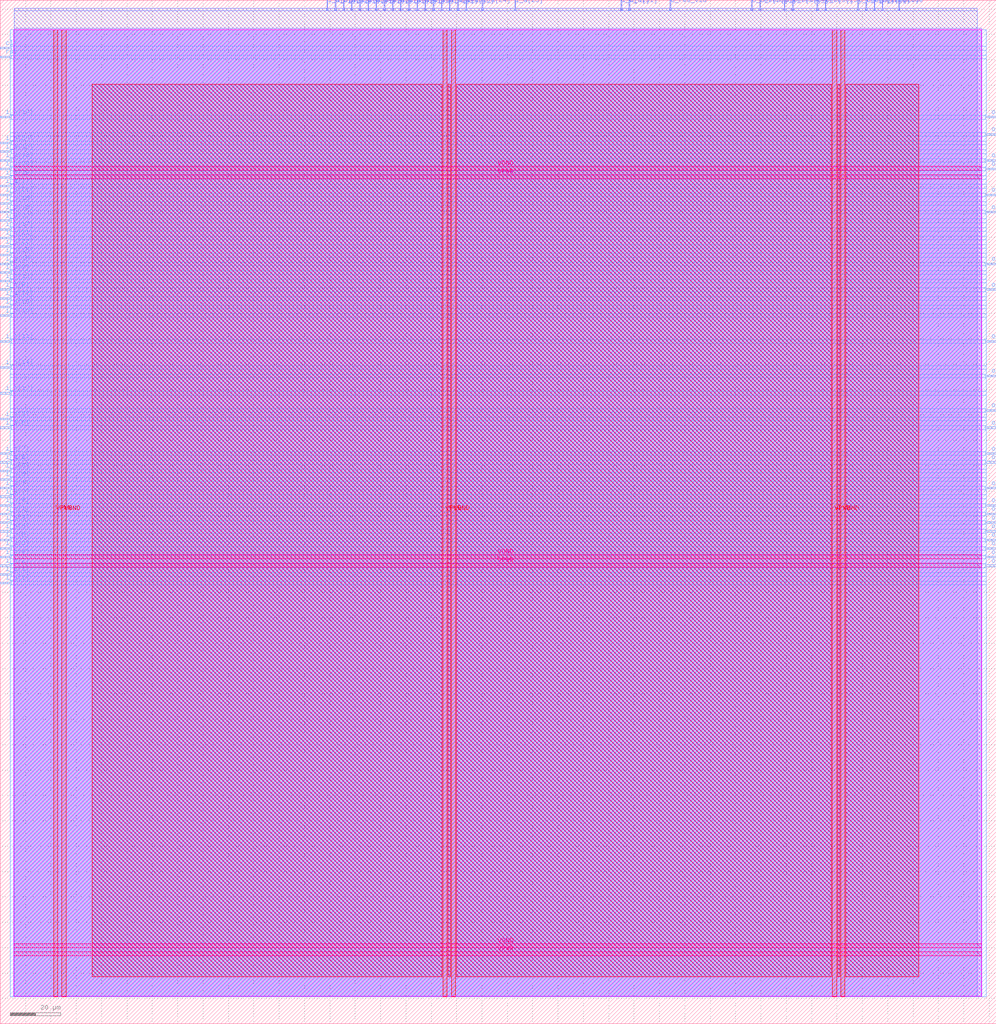
<source format=lef>
VERSION 5.7 ;
  NOWIREEXTENSIONATPIN ON ;
  DIVIDERCHAR "/" ;
  BUSBITCHARS "[]" ;
MACRO ALU
  CLASS BLOCK ;
  FOREIGN ALU ;
  ORIGIN 0.000 0.000 ;
  SIZE 392.810 BY 403.530 ;
  PIN VGND
    DIRECTION INOUT ;
    USE GROUND ;
    PORT
      LAYER met4 ;
        RECT 24.340 10.640 25.940 391.920 ;
    END
    PORT
      LAYER met4 ;
        RECT 177.940 10.640 179.540 391.920 ;
    END
    PORT
      LAYER met4 ;
        RECT 331.540 10.640 333.140 391.920 ;
    END
    PORT
      LAYER met5 ;
        RECT 5.280 30.030 387.100 31.630 ;
    END
    PORT
      LAYER met5 ;
        RECT 5.280 183.210 387.100 184.810 ;
    END
    PORT
      LAYER met5 ;
        RECT 5.280 336.390 387.100 337.990 ;
    END
  END VGND
  PIN VPWR
    DIRECTION INOUT ;
    USE POWER ;
    PORT
      LAYER met4 ;
        RECT 21.040 10.640 22.640 391.920 ;
    END
    PORT
      LAYER met4 ;
        RECT 174.640 10.640 176.240 391.920 ;
    END
    PORT
      LAYER met4 ;
        RECT 328.240 10.640 329.840 391.920 ;
    END
    PORT
      LAYER met5 ;
        RECT 5.280 26.730 387.100 28.330 ;
    END
    PORT
      LAYER met5 ;
        RECT 5.280 179.910 387.100 181.510 ;
    END
    PORT
      LAYER met5 ;
        RECT 5.280 333.090 387.100 334.690 ;
    END
  END VPWR
  PIN clk
    DIRECTION INPUT ;
    USE SIGNAL ;
    ANTENNAGATEAREA 1.286700 ;
    ANTENNADIFFAREA 0.434700 ;
    PORT
      LAYER met3 ;
        RECT 0.000 384.240 4.000 384.840 ;
    END
  END clk
  PIN i_a[0]
    DIRECTION INPUT ;
    USE SIGNAL ;
    ANTENNAGATEAREA 0.631200 ;
    ANTENNADIFFAREA 0.434700 ;
    PORT
      LAYER met3 ;
        RECT 0.000 221.040 4.000 221.640 ;
    END
  END i_a[0]
  PIN i_a[10]
    DIRECTION INPUT ;
    USE SIGNAL ;
    ANTENNAGATEAREA 0.631200 ;
    ANTENNADIFFAREA 0.434700 ;
    PORT
      LAYER met3 ;
        RECT 0.000 282.240 4.000 282.840 ;
    END
  END i_a[10]
  PIN i_a[11]
    DIRECTION INPUT ;
    USE SIGNAL ;
    ANTENNAGATEAREA 0.631200 ;
    ANTENNADIFFAREA 0.434700 ;
    PORT
      LAYER met2 ;
        RECT 128.890 399.530 129.170 403.530 ;
    END
  END i_a[11]
  PIN i_a[12]
    DIRECTION INPUT ;
    USE SIGNAL ;
    ANTENNAGATEAREA 0.631200 ;
    ANTENNADIFFAREA 0.434700 ;
    PORT
      LAYER met3 ;
        RECT 0.000 285.640 4.000 286.240 ;
    END
  END i_a[12]
  PIN i_a[13]
    DIRECTION INPUT ;
    USE SIGNAL ;
    ANTENNAGATEAREA 0.631200 ;
    ANTENNADIFFAREA 0.434700 ;
    PORT
      LAYER met2 ;
        RECT 135.330 399.530 135.610 403.530 ;
    END
  END i_a[13]
  PIN i_a[14]
    DIRECTION INPUT ;
    USE SIGNAL ;
    ANTENNAGATEAREA 0.631200 ;
    ANTENNADIFFAREA 0.434700 ;
    PORT
      LAYER met2 ;
        RECT 177.190 399.530 177.470 403.530 ;
    END
  END i_a[14]
  PIN i_a[15]
    DIRECTION INPUT ;
    USE SIGNAL ;
    ANTENNAGATEAREA 0.631200 ;
    ANTENNADIFFAREA 0.434700 ;
    PORT
      LAYER met3 ;
        RECT 0.000 299.240 4.000 299.840 ;
    END
  END i_a[15]
  PIN i_a[16]
    DIRECTION INPUT ;
    USE SIGNAL ;
    ANTENNAGATEAREA 0.631200 ;
    ANTENNADIFFAREA 0.434700 ;
    PORT
      LAYER met3 ;
        RECT 0.000 343.440 4.000 344.040 ;
    END
  END i_a[16]
  PIN i_a[17]
    DIRECTION INPUT ;
    USE SIGNAL ;
    ANTENNAGATEAREA 0.631200 ;
    ANTENNADIFFAREA 0.434700 ;
    PORT
      LAYER met3 ;
        RECT 0.000 329.840 4.000 330.440 ;
    END
  END i_a[17]
  PIN i_a[18]
    DIRECTION INPUT ;
    USE SIGNAL ;
    ANTENNAGATEAREA 0.631200 ;
    ANTENNADIFFAREA 0.434700 ;
    PORT
      LAYER met3 ;
        RECT 0.000 340.040 4.000 340.640 ;
    END
  END i_a[18]
  PIN i_a[19]
    DIRECTION INPUT ;
    USE SIGNAL ;
    ANTENNAGATEAREA 0.631200 ;
    ANTENNADIFFAREA 0.434700 ;
    PORT
      LAYER met3 ;
        RECT 0.000 357.040 4.000 357.640 ;
    END
  END i_a[19]
  PIN i_a[1]
    DIRECTION INPUT ;
    USE SIGNAL ;
    ANTENNAGATEAREA 0.631200 ;
    ANTENNADIFFAREA 0.434700 ;
    PORT
      LAYER met3 ;
        RECT 0.000 173.440 4.000 174.040 ;
    END
  END i_a[1]
  PIN i_a[20]
    DIRECTION INPUT ;
    USE SIGNAL ;
    ANTENNAGATEAREA 0.631200 ;
    ANTENNADIFFAREA 0.434700 ;
    PORT
      LAYER met3 ;
        RECT 0.000 346.840 4.000 347.440 ;
    END
  END i_a[20]
  PIN i_a[21]
    DIRECTION INPUT ;
    USE SIGNAL ;
    ANTENNAGATEAREA 0.631200 ;
    ANTENNADIFFAREA 0.434700 ;
    PORT
      LAYER met3 ;
        RECT 0.000 326.440 4.000 327.040 ;
    END
  END i_a[21]
  PIN i_a[22]
    DIRECTION INPUT ;
    USE SIGNAL ;
    ANTENNAGATEAREA 0.631200 ;
    ANTENNADIFFAREA 0.434700 ;
    PORT
      LAYER met3 ;
        RECT 0.000 316.240 4.000 316.840 ;
    END
  END i_a[22]
  PIN i_a[23]
    DIRECTION INPUT ;
    USE SIGNAL ;
    ANTENNAGATEAREA 0.631200 ;
    ANTENNADIFFAREA 0.434700 ;
    PORT
      LAYER met2 ;
        RECT 202.950 399.530 203.230 403.530 ;
    END
  END i_a[23]
  PIN i_a[24]
    DIRECTION INPUT ;
    USE SIGNAL ;
    ANTENNAGATEAREA 0.631200 ;
    ANTENNADIFFAREA 0.434700 ;
    PORT
      LAYER met2 ;
        RECT 190.070 399.530 190.350 403.530 ;
    END
  END i_a[24]
  PIN i_a[25]
    DIRECTION INPUT ;
    USE SIGNAL ;
    ANTENNAGATEAREA 0.631200 ;
    ANTENNADIFFAREA 0.434700 ;
    PORT
      LAYER met2 ;
        RECT 180.410 399.530 180.690 403.530 ;
    END
  END i_a[25]
  PIN i_a[26]
    DIRECTION INPUT ;
    USE SIGNAL ;
    ANTENNAGATEAREA 0.631200 ;
    ANTENNADIFFAREA 0.434700 ;
    PORT
      LAYER met2 ;
        RECT 183.630 399.530 183.910 403.530 ;
    END
  END i_a[26]
  PIN i_a[27]
    DIRECTION INPUT ;
    USE SIGNAL ;
    ANTENNAGATEAREA 0.631200 ;
    ANTENNADIFFAREA 0.434700 ;
    PORT
      LAYER met2 ;
        RECT 164.310 399.530 164.590 403.530 ;
    END
  END i_a[27]
  PIN i_a[28]
    DIRECTION INPUT ;
    USE SIGNAL ;
    ANTENNAGATEAREA 0.631200 ;
    ANTENNADIFFAREA 0.434700 ;
    PORT
      LAYER met2 ;
        RECT 173.970 399.530 174.250 403.530 ;
    END
  END i_a[28]
  PIN i_a[29]
    DIRECTION INPUT ;
    USE SIGNAL ;
    ANTENNAGATEAREA 0.631200 ;
    ANTENNADIFFAREA 0.434700 ;
    PORT
      LAYER met2 ;
        RECT 161.090 399.530 161.370 403.530 ;
    END
  END i_a[29]
  PIN i_a[2]
    DIRECTION INPUT ;
    USE SIGNAL ;
    ANTENNAGATEAREA 0.631200 ;
    ANTENNADIFFAREA 0.434700 ;
    PORT
      LAYER met3 ;
        RECT 0.000 207.440 4.000 208.040 ;
    END
  END i_a[2]
  PIN i_a[30]
    DIRECTION INPUT ;
    USE SIGNAL ;
    ANTENNAGATEAREA 0.631200 ;
    ANTENNADIFFAREA 0.434700 ;
    PORT
      LAYER met2 ;
        RECT 138.550 399.530 138.830 403.530 ;
    END
  END i_a[30]
  PIN i_a[31]
    DIRECTION INPUT ;
    USE SIGNAL ;
    ANTENNAGATEAREA 0.631200 ;
    ANTENNADIFFAREA 0.434700 ;
    PORT
      LAYER met2 ;
        RECT 248.030 399.530 248.310 403.530 ;
    END
  END i_a[31]
  PIN i_a[3]
    DIRECTION INPUT ;
    USE SIGNAL ;
    ANTENNAGATEAREA 0.631200 ;
    ANTENNADIFFAREA 0.434700 ;
    PORT
      LAYER met3 ;
        RECT 0.000 197.240 4.000 197.840 ;
    END
  END i_a[3]
  PIN i_a[4]
    DIRECTION INPUT ;
    USE SIGNAL ;
    ANTENNAGATEAREA 0.631200 ;
    ANTENNADIFFAREA 0.434700 ;
    PORT
      LAYER met3 ;
        RECT 0.000 183.640 4.000 184.240 ;
    END
  END i_a[4]
  PIN i_a[5]
    DIRECTION INPUT ;
    USE SIGNAL ;
    ANTENNAGATEAREA 0.631200 ;
    ANTENNADIFFAREA 0.434700 ;
    PORT
      LAYER met3 ;
        RECT 0.000 187.040 4.000 187.640 ;
    END
  END i_a[5]
  PIN i_a[6]
    DIRECTION INPUT ;
    USE SIGNAL ;
    ANTENNAGATEAREA 0.631200 ;
    ANTENNADIFFAREA 0.434700 ;
    PORT
      LAYER met3 ;
        RECT 0.000 193.840 4.000 194.440 ;
    END
  END i_a[6]
  PIN i_a[7]
    DIRECTION INPUT ;
    USE SIGNAL ;
    ANTENNAGATEAREA 0.631200 ;
    ANTENNADIFFAREA 0.434700 ;
    PORT
      LAYER met3 ;
        RECT 0.000 210.840 4.000 211.440 ;
    END
  END i_a[7]
  PIN i_a[8]
    DIRECTION INPUT ;
    USE SIGNAL ;
    ANTENNAGATEAREA 0.631200 ;
    ANTENNADIFFAREA 0.434700 ;
    PORT
      LAYER met3 ;
        RECT 0.000 234.640 4.000 235.240 ;
    END
  END i_a[8]
  PIN i_a[9]
    DIRECTION INPUT ;
    USE SIGNAL ;
    ANTENNAGATEAREA 0.631200 ;
    ANTENNADIFFAREA 0.434700 ;
    PORT
      LAYER met3 ;
        RECT 0.000 295.840 4.000 296.440 ;
    END
  END i_a[9]
  PIN i_b[0]
    DIRECTION INPUT ;
    USE SIGNAL ;
    ANTENNAGATEAREA 0.631200 ;
    ANTENNADIFFAREA 0.434700 ;
    PORT
      LAYER met3 ;
        RECT 0.000 217.640 4.000 218.240 ;
    END
  END i_b[0]
  PIN i_b[10]
    DIRECTION INPUT ;
    USE SIGNAL ;
    ANTENNAGATEAREA 0.631200 ;
    ANTENNADIFFAREA 0.434700 ;
    PORT
      LAYER met3 ;
        RECT 0.000 278.840 4.000 279.440 ;
    END
  END i_b[10]
  PIN i_b[11]
    DIRECTION INPUT ;
    USE SIGNAL ;
    ANTENNAGATEAREA 0.631200 ;
    ANTENNADIFFAREA 0.434700 ;
    PORT
      LAYER met3 ;
        RECT 0.000 268.640 4.000 269.240 ;
    END
  END i_b[11]
  PIN i_b[12]
    DIRECTION INPUT ;
    USE SIGNAL ;
    ANTENNAGATEAREA 0.631200 ;
    ANTENNADIFFAREA 0.434700 ;
    PORT
      LAYER met3 ;
        RECT 0.000 292.440 4.000 293.040 ;
    END
  END i_b[12]
  PIN i_b[13]
    DIRECTION INPUT ;
    USE SIGNAL ;
    ANTENNAGATEAREA 0.631200 ;
    ANTENNADIFFAREA 0.434700 ;
    PORT
      LAYER met3 ;
        RECT 0.000 248.240 4.000 248.840 ;
    END
  END i_b[13]
  PIN i_b[14]
    DIRECTION INPUT ;
    USE SIGNAL ;
    ANTENNAGATEAREA 0.631200 ;
    ANTENNADIFFAREA 0.434700 ;
    PORT
      LAYER met3 ;
        RECT 0.000 258.440 4.000 259.040 ;
    END
  END i_b[14]
  PIN i_b[15]
    DIRECTION INPUT ;
    USE SIGNAL ;
    ANTENNAGATEAREA 0.631200 ;
    ANTENNADIFFAREA 0.434700 ;
    PORT
      LAYER met3 ;
        RECT 0.000 302.640 4.000 303.240 ;
    END
  END i_b[15]
  PIN i_b[16]
    DIRECTION INPUT ;
    USE SIGNAL ;
    ANTENNAGATEAREA 0.631200 ;
    ANTENNADIFFAREA 0.434700 ;
    PORT
      LAYER met3 ;
        RECT 0.000 323.040 4.000 323.640 ;
    END
  END i_b[16]
  PIN i_b[17]
    DIRECTION INPUT ;
    USE SIGNAL ;
    ANTENNAGATEAREA 0.631200 ;
    ANTENNADIFFAREA 0.434700 ;
    PORT
      LAYER met3 ;
        RECT 0.000 312.840 4.000 313.440 ;
    END
  END i_b[17]
  PIN i_b[18]
    DIRECTION INPUT ;
    USE SIGNAL ;
    ANTENNAGATEAREA 0.631200 ;
    ANTENNADIFFAREA 0.434700 ;
    PORT
      LAYER met3 ;
        RECT 0.000 319.640 4.000 320.240 ;
    END
  END i_b[18]
  PIN i_b[19]
    DIRECTION INPUT ;
    USE SIGNAL ;
    ANTENNAGATEAREA 0.631200 ;
    ANTENNADIFFAREA 0.434700 ;
    PORT
      LAYER met3 ;
        RECT 0.000 333.240 4.000 333.840 ;
    END
  END i_b[19]
  PIN i_b[1]
    DIRECTION INPUT ;
    USE SIGNAL ;
    ANTENNAGATEAREA 0.631200 ;
    ANTENNADIFFAREA 0.434700 ;
    PORT
      LAYER met3 ;
        RECT 0.000 200.640 4.000 201.240 ;
    END
  END i_b[1]
  PIN i_b[20]
    DIRECTION INPUT ;
    USE SIGNAL ;
    ANTENNAGATEAREA 0.631200 ;
    ANTENNADIFFAREA 0.434700 ;
    PORT
      LAYER met3 ;
        RECT 0.000 336.640 4.000 337.240 ;
    END
  END i_b[20]
  PIN i_b[21]
    DIRECTION INPUT ;
    USE SIGNAL ;
    ANTENNAGATEAREA 0.631200 ;
    ANTENNADIFFAREA 0.434700 ;
    PORT
      LAYER met3 ;
        RECT 0.000 309.440 4.000 310.040 ;
    END
  END i_b[21]
  PIN i_b[22]
    DIRECTION INPUT ;
    USE SIGNAL ;
    ANTENNAGATEAREA 0.631200 ;
    ANTENNADIFFAREA 0.434700 ;
    PORT
      LAYER met3 ;
        RECT 0.000 306.040 4.000 306.640 ;
    END
  END i_b[22]
  PIN i_b[23]
    DIRECTION INPUT ;
    USE SIGNAL ;
    ANTENNAGATEAREA 0.631200 ;
    ANTENNADIFFAREA 0.434700 ;
    PORT
      LAYER met2 ;
        RECT 151.430 399.530 151.710 403.530 ;
    END
  END i_b[23]
  PIN i_b[24]
    DIRECTION INPUT ;
    USE SIGNAL ;
    ANTENNAGATEAREA 0.631200 ;
    ANTENNADIFFAREA 0.434700 ;
    PORT
      LAYER met2 ;
        RECT 144.990 399.530 145.270 403.530 ;
    END
  END i_b[24]
  PIN i_b[25]
    DIRECTION INPUT ;
    USE SIGNAL ;
    ANTENNAGATEAREA 0.631200 ;
    ANTENNADIFFAREA 0.434700 ;
    PORT
      LAYER met2 ;
        RECT 141.770 399.530 142.050 403.530 ;
    END
  END i_b[25]
  PIN i_b[26]
    DIRECTION INPUT ;
    USE SIGNAL ;
    ANTENNAGATEAREA 0.631200 ;
    ANTENNADIFFAREA 0.434700 ;
    PORT
      LAYER met2 ;
        RECT 132.110 399.530 132.390 403.530 ;
    END
  END i_b[26]
  PIN i_b[27]
    DIRECTION INPUT ;
    USE SIGNAL ;
    ANTENNAGATEAREA 0.631200 ;
    ANTENNADIFFAREA 0.434700 ;
    PORT
      LAYER met2 ;
        RECT 154.650 399.530 154.930 403.530 ;
    END
  END i_b[27]
  PIN i_b[28]
    DIRECTION INPUT ;
    USE SIGNAL ;
    ANTENNAGATEAREA 0.631200 ;
    ANTENNADIFFAREA 0.434700 ;
    PORT
      LAYER met2 ;
        RECT 167.530 399.530 167.810 403.530 ;
    END
  END i_b[28]
  PIN i_b[29]
    DIRECTION INPUT ;
    USE SIGNAL ;
    ANTENNAGATEAREA 0.631200 ;
    ANTENNADIFFAREA 0.434700 ;
    PORT
      LAYER met2 ;
        RECT 148.210 399.530 148.490 403.530 ;
    END
  END i_b[29]
  PIN i_b[2]
    DIRECTION INPUT ;
    USE SIGNAL ;
    ANTENNAGATEAREA 0.631200 ;
    ANTENNADIFFAREA 0.434700 ;
    PORT
      LAYER met3 ;
        RECT 0.000 180.240 4.000 180.840 ;
    END
  END i_b[2]
  PIN i_b[30]
    DIRECTION INPUT ;
    USE SIGNAL ;
    ANTENNAGATEAREA 0.631200 ;
    ANTENNADIFFAREA 0.434700 ;
    PORT
      LAYER met2 ;
        RECT 157.870 399.530 158.150 403.530 ;
    END
  END i_b[30]
  PIN i_b[31]
    DIRECTION INPUT ;
    USE SIGNAL ;
    ANTENNAGATEAREA 0.631200 ;
    ANTENNADIFFAREA 0.434700 ;
    PORT
      LAYER met2 ;
        RECT 244.810 399.530 245.090 403.530 ;
    END
  END i_b[31]
  PIN i_b[3]
    DIRECTION INPUT ;
    USE SIGNAL ;
    ANTENNAGATEAREA 0.631200 ;
    ANTENNADIFFAREA 0.434700 ;
    PORT
      LAYER met3 ;
        RECT 0.000 176.840 4.000 177.440 ;
    END
  END i_b[3]
  PIN i_b[4]
    DIRECTION INPUT ;
    USE SIGNAL ;
    ANTENNAGATEAREA 0.631200 ;
    ANTENNADIFFAREA 0.434700 ;
    PORT
      LAYER met3 ;
        RECT 0.000 204.040 4.000 204.640 ;
    END
  END i_b[4]
  PIN i_b[5]
    DIRECTION INPUT ;
    USE SIGNAL ;
    ANTENNAGATEAREA 0.631200 ;
    ANTENNADIFFAREA 0.434700 ;
    PORT
      LAYER met3 ;
        RECT 0.000 190.440 4.000 191.040 ;
    END
  END i_b[5]
  PIN i_b[6]
    DIRECTION INPUT ;
    USE SIGNAL ;
    ANTENNAGATEAREA 0.631200 ;
    ANTENNADIFFAREA 0.434700 ;
    PORT
      LAYER met3 ;
        RECT 0.000 214.240 4.000 214.840 ;
    END
  END i_b[6]
  PIN i_b[7]
    DIRECTION INPUT ;
    USE SIGNAL ;
    ANTENNAGATEAREA 0.631200 ;
    ANTENNADIFFAREA 0.434700 ;
    PORT
      LAYER met3 ;
        RECT 0.000 224.440 4.000 225.040 ;
    END
  END i_b[7]
  PIN i_b[8]
    DIRECTION INPUT ;
    USE SIGNAL ;
    ANTENNAGATEAREA 0.631200 ;
    ANTENNADIFFAREA 0.434700 ;
    PORT
      LAYER met3 ;
        RECT 0.000 238.040 4.000 238.640 ;
    END
  END i_b[8]
  PIN i_b[9]
    DIRECTION INPUT ;
    USE SIGNAL ;
    ANTENNAGATEAREA 0.631200 ;
    ANTENNADIFFAREA 0.434700 ;
    PORT
      LAYER met3 ;
        RECT 0.000 289.040 4.000 289.640 ;
    END
  END i_b[9]
  PIN i_vld
    DIRECTION INPUT ;
    USE SIGNAL ;
    ANTENNAGATEAREA 0.631200 ;
    ANTENNADIFFAREA 0.434700 ;
    PORT
      LAYER met2 ;
        RECT 170.750 399.530 171.030 403.530 ;
    END
  END i_vld
  PIN o_res[0]
    DIRECTION OUTPUT ;
    USE SIGNAL ;
    ANTENNADIFFAREA 0.445500 ;
    PORT
      LAYER met3 ;
        RECT 388.810 190.440 392.810 191.040 ;
    END
  END o_res[0]
  PIN o_res[10]
    DIRECTION OUTPUT ;
    USE SIGNAL ;
    ANTENNADIFFAREA 0.445500 ;
    PORT
      LAYER met3 ;
        RECT 388.810 224.440 392.810 225.040 ;
    END
  END o_res[10]
  PIN o_res[11]
    DIRECTION OUTPUT ;
    USE SIGNAL ;
    ANTENNADIFFAREA 0.445500 ;
    PORT
      LAYER met3 ;
        RECT 388.810 234.640 392.810 235.240 ;
    END
  END o_res[11]
  PIN o_res[12]
    DIRECTION OUTPUT ;
    USE SIGNAL ;
    ANTENNADIFFAREA 0.445500 ;
    PORT
      LAYER met3 ;
        RECT 388.810 241.440 392.810 242.040 ;
    END
  END o_res[12]
  PIN o_res[13]
    DIRECTION OUTPUT ;
    USE SIGNAL ;
    ANTENNADIFFAREA 0.445500 ;
    PORT
      LAYER met3 ;
        RECT 388.810 255.040 392.810 255.640 ;
    END
  END o_res[13]
  PIN o_res[14]
    DIRECTION OUTPUT ;
    USE SIGNAL ;
    ANTENNADIFFAREA 0.445500 ;
    PORT
      LAYER met3 ;
        RECT 388.810 268.640 392.810 269.240 ;
    END
  END o_res[14]
  PIN o_res[15]
    DIRECTION OUTPUT ;
    USE SIGNAL ;
    ANTENNADIFFAREA 0.445500 ;
    PORT
      LAYER met3 ;
        RECT 388.810 289.040 392.810 289.640 ;
    END
  END o_res[15]
  PIN o_res[16]
    DIRECTION OUTPUT ;
    USE SIGNAL ;
    ANTENNADIFFAREA 0.445500 ;
    PORT
      LAYER met3 ;
        RECT 388.810 299.240 392.810 299.840 ;
    END
  END o_res[16]
  PIN o_res[17]
    DIRECTION OUTPUT ;
    USE SIGNAL ;
    ANTENNADIFFAREA 0.445500 ;
    PORT
      LAYER met3 ;
        RECT 388.810 319.640 392.810 320.240 ;
    END
  END o_res[17]
  PIN o_res[18]
    DIRECTION OUTPUT ;
    USE SIGNAL ;
    ANTENNADIFFAREA 0.445500 ;
    PORT
      LAYER met3 ;
        RECT 388.810 326.440 392.810 327.040 ;
    END
  END o_res[18]
  PIN o_res[19]
    DIRECTION OUTPUT ;
    USE SIGNAL ;
    ANTENNADIFFAREA 0.445500 ;
    PORT
      LAYER met3 ;
        RECT 388.810 336.640 392.810 337.240 ;
    END
  END o_res[19]
  PIN o_res[1]
    DIRECTION OUTPUT ;
    USE SIGNAL ;
    ANTENNADIFFAREA 0.445500 ;
    PORT
      LAYER met3 ;
        RECT 388.810 183.640 392.810 184.240 ;
    END
  END o_res[1]
  PIN o_res[20]
    DIRECTION OUTPUT ;
    USE SIGNAL ;
    ANTENNADIFFAREA 0.445500 ;
    PORT
      LAYER met3 ;
        RECT 388.810 350.240 392.810 350.840 ;
    END
  END o_res[20]
  PIN o_res[21]
    DIRECTION OUTPUT ;
    USE SIGNAL ;
    ANTENNADIFFAREA 0.445500 ;
    PORT
      LAYER met3 ;
        RECT 388.810 340.040 392.810 340.640 ;
    END
  END o_res[21]
  PIN o_res[22]
    DIRECTION OUTPUT ;
    USE SIGNAL ;
    ANTENNADIFFAREA 0.445500 ;
    PORT
      LAYER met2 ;
        RECT 341.410 399.530 341.690 403.530 ;
    END
  END o_res[22]
  PIN o_res[23]
    DIRECTION OUTPUT ;
    USE SIGNAL ;
    ANTENNADIFFAREA 0.445500 ;
    PORT
      LAYER met2 ;
        RECT 325.310 399.530 325.590 403.530 ;
    END
  END o_res[23]
  PIN o_res[24]
    DIRECTION OUTPUT ;
    USE SIGNAL ;
    ANTENNADIFFAREA 0.445500 ;
    PORT
      LAYER met2 ;
        RECT 312.430 399.530 312.710 403.530 ;
    END
  END o_res[24]
  PIN o_res[25]
    DIRECTION OUTPUT ;
    USE SIGNAL ;
    ANTENNADIFFAREA 0.445500 ;
    PORT
      LAYER met2 ;
        RECT 338.190 399.530 338.470 403.530 ;
    END
  END o_res[25]
  PIN o_res[26]
    DIRECTION OUTPUT ;
    USE SIGNAL ;
    ANTENNADIFFAREA 0.445500 ;
    PORT
      LAYER met2 ;
        RECT 296.330 399.530 296.610 403.530 ;
    END
  END o_res[26]
  PIN o_res[27]
    DIRECTION OUTPUT ;
    USE SIGNAL ;
    ANTENNADIFFAREA 0.445500 ;
    PORT
      LAYER met2 ;
        RECT 347.850 399.530 348.130 403.530 ;
    END
  END o_res[27]
  PIN o_res[28]
    DIRECTION OUTPUT ;
    USE SIGNAL ;
    ANTENNADIFFAREA 0.445500 ;
    PORT
      LAYER met2 ;
        RECT 344.630 399.530 344.910 403.530 ;
    END
  END o_res[28]
  PIN o_res[29]
    DIRECTION OUTPUT ;
    USE SIGNAL ;
    ANTENNADIFFAREA 0.445500 ;
    PORT
      LAYER met2 ;
        RECT 309.210 399.530 309.490 403.530 ;
    END
  END o_res[29]
  PIN o_res[2]
    DIRECTION OUTPUT ;
    USE SIGNAL ;
    ANTENNADIFFAREA 0.445500 ;
    PORT
      LAYER met3 ;
        RECT 388.810 193.840 392.810 194.440 ;
    END
  END o_res[2]
  PIN o_res[30]
    DIRECTION OUTPUT ;
    USE SIGNAL ;
    ANTENNADIFFAREA 0.445500 ;
    PORT
      LAYER met2 ;
        RECT 322.090 399.530 322.370 403.530 ;
    END
  END o_res[30]
  PIN o_res[31]
    DIRECTION OUTPUT ;
    USE SIGNAL ;
    ANTENNADIFFAREA 0.445500 ;
    PORT
      LAYER met2 ;
        RECT 299.550 399.530 299.830 403.530 ;
    END
  END o_res[31]
  PIN o_res[3]
    DIRECTION OUTPUT ;
    USE SIGNAL ;
    ANTENNADIFFAREA 0.445500 ;
    PORT
      LAYER met3 ;
        RECT 388.810 197.240 392.810 197.840 ;
    END
  END o_res[3]
  PIN o_res[4]
    DIRECTION OUTPUT ;
    USE SIGNAL ;
    ANTENNADIFFAREA 0.445500 ;
    PORT
      LAYER met3 ;
        RECT 388.810 187.040 392.810 187.640 ;
    END
  END o_res[4]
  PIN o_res[5]
    DIRECTION OUTPUT ;
    USE SIGNAL ;
    ANTENNADIFFAREA 0.445500 ;
    PORT
      LAYER met3 ;
        RECT 388.810 200.640 392.810 201.240 ;
    END
  END o_res[5]
  PIN o_res[6]
    DIRECTION OUTPUT ;
    USE SIGNAL ;
    ANTENNADIFFAREA 0.445500 ;
    PORT
      LAYER met3 ;
        RECT 388.810 180.240 392.810 180.840 ;
    END
  END o_res[6]
  PIN o_res[7]
    DIRECTION OUTPUT ;
    USE SIGNAL ;
    ANTENNADIFFAREA 0.445500 ;
    PORT
      LAYER met3 ;
        RECT 388.810 204.040 392.810 204.640 ;
    END
  END o_res[7]
  PIN o_res[8]
    DIRECTION OUTPUT ;
    USE SIGNAL ;
    ANTENNADIFFAREA 0.445500 ;
    PORT
      LAYER met3 ;
        RECT 388.810 210.840 392.810 211.440 ;
    END
  END o_res[8]
  PIN o_res[9]
    DIRECTION OUTPUT ;
    USE SIGNAL ;
    ANTENNADIFFAREA 0.445500 ;
    PORT
      LAYER met3 ;
        RECT 388.810 221.040 392.810 221.640 ;
    END
  END o_res[9]
  PIN o_res_vld
    DIRECTION OUTPUT ;
    USE SIGNAL ;
    ANTENNADIFFAREA 0.445500 ;
    PORT
      LAYER met2 ;
        RECT 264.130 399.530 264.410 403.530 ;
    END
  END o_res_vld
  PIN opcode
    DIRECTION INPUT ;
    USE SIGNAL ;
    ANTENNAGATEAREA 0.631200 ;
    ANTENNADIFFAREA 0.434700 ;
    PORT
      LAYER met2 ;
        RECT 354.290 399.530 354.570 403.530 ;
    END
  END opcode
  PIN overflow
    DIRECTION OUTPUT ;
    USE SIGNAL ;
    ANTENNADIFFAREA 0.445500 ;
    PORT
      LAYER met3 ;
        RECT 388.810 357.040 392.810 357.640 ;
    END
  END overflow
  PIN rst
    DIRECTION INPUT ;
    USE SIGNAL ;
    ANTENNAGATEAREA 0.647700 ;
    ANTENNADIFFAREA 0.434700 ;
    PORT
      LAYER met3 ;
        RECT 0.000 380.840 4.000 381.440 ;
    END
  END rst
  OBS
      LAYER nwell ;
        RECT 5.330 10.795 387.050 391.765 ;
      LAYER li1 ;
        RECT 5.520 10.795 386.860 391.765 ;
      LAYER met1 ;
        RECT 5.520 10.640 387.160 392.320 ;
      LAYER met2 ;
        RECT 5.610 399.250 128.610 400.250 ;
        RECT 129.450 399.250 131.830 400.250 ;
        RECT 132.670 399.250 135.050 400.250 ;
        RECT 135.890 399.250 138.270 400.250 ;
        RECT 139.110 399.250 141.490 400.250 ;
        RECT 142.330 399.250 144.710 400.250 ;
        RECT 145.550 399.250 147.930 400.250 ;
        RECT 148.770 399.250 151.150 400.250 ;
        RECT 151.990 399.250 154.370 400.250 ;
        RECT 155.210 399.250 157.590 400.250 ;
        RECT 158.430 399.250 160.810 400.250 ;
        RECT 161.650 399.250 164.030 400.250 ;
        RECT 164.870 399.250 167.250 400.250 ;
        RECT 168.090 399.250 170.470 400.250 ;
        RECT 171.310 399.250 173.690 400.250 ;
        RECT 174.530 399.250 176.910 400.250 ;
        RECT 177.750 399.250 180.130 400.250 ;
        RECT 180.970 399.250 183.350 400.250 ;
        RECT 184.190 399.250 189.790 400.250 ;
        RECT 190.630 399.250 202.670 400.250 ;
        RECT 203.510 399.250 244.530 400.250 ;
        RECT 245.370 399.250 247.750 400.250 ;
        RECT 248.590 399.250 263.850 400.250 ;
        RECT 264.690 399.250 296.050 400.250 ;
        RECT 296.890 399.250 299.270 400.250 ;
        RECT 300.110 399.250 308.930 400.250 ;
        RECT 309.770 399.250 312.150 400.250 ;
        RECT 312.990 399.250 321.810 400.250 ;
        RECT 322.650 399.250 325.030 400.250 ;
        RECT 325.870 399.250 337.910 400.250 ;
        RECT 338.750 399.250 341.130 400.250 ;
        RECT 341.970 399.250 344.350 400.250 ;
        RECT 345.190 399.250 347.570 400.250 ;
        RECT 348.410 399.250 354.010 400.250 ;
        RECT 354.850 399.250 385.390 400.250 ;
        RECT 5.610 10.695 385.390 399.250 ;
      LAYER met3 ;
        RECT 4.000 385.240 388.810 391.845 ;
        RECT 4.400 383.840 388.810 385.240 ;
        RECT 4.000 381.840 388.810 383.840 ;
        RECT 4.400 380.440 388.810 381.840 ;
        RECT 4.000 358.040 388.810 380.440 ;
        RECT 4.400 356.640 388.410 358.040 ;
        RECT 4.000 351.240 388.810 356.640 ;
        RECT 4.000 349.840 388.410 351.240 ;
        RECT 4.000 347.840 388.810 349.840 ;
        RECT 4.400 346.440 388.810 347.840 ;
        RECT 4.000 344.440 388.810 346.440 ;
        RECT 4.400 343.040 388.810 344.440 ;
        RECT 4.000 341.040 388.810 343.040 ;
        RECT 4.400 339.640 388.410 341.040 ;
        RECT 4.000 337.640 388.810 339.640 ;
        RECT 4.400 336.240 388.410 337.640 ;
        RECT 4.000 334.240 388.810 336.240 ;
        RECT 4.400 332.840 388.810 334.240 ;
        RECT 4.000 330.840 388.810 332.840 ;
        RECT 4.400 329.440 388.810 330.840 ;
        RECT 4.000 327.440 388.810 329.440 ;
        RECT 4.400 326.040 388.410 327.440 ;
        RECT 4.000 324.040 388.810 326.040 ;
        RECT 4.400 322.640 388.810 324.040 ;
        RECT 4.000 320.640 388.810 322.640 ;
        RECT 4.400 319.240 388.410 320.640 ;
        RECT 4.000 317.240 388.810 319.240 ;
        RECT 4.400 315.840 388.810 317.240 ;
        RECT 4.000 313.840 388.810 315.840 ;
        RECT 4.400 312.440 388.810 313.840 ;
        RECT 4.000 310.440 388.810 312.440 ;
        RECT 4.400 309.040 388.810 310.440 ;
        RECT 4.000 307.040 388.810 309.040 ;
        RECT 4.400 305.640 388.810 307.040 ;
        RECT 4.000 303.640 388.810 305.640 ;
        RECT 4.400 302.240 388.810 303.640 ;
        RECT 4.000 300.240 388.810 302.240 ;
        RECT 4.400 298.840 388.410 300.240 ;
        RECT 4.000 296.840 388.810 298.840 ;
        RECT 4.400 295.440 388.810 296.840 ;
        RECT 4.000 293.440 388.810 295.440 ;
        RECT 4.400 292.040 388.810 293.440 ;
        RECT 4.000 290.040 388.810 292.040 ;
        RECT 4.400 288.640 388.410 290.040 ;
        RECT 4.000 286.640 388.810 288.640 ;
        RECT 4.400 285.240 388.810 286.640 ;
        RECT 4.000 283.240 388.810 285.240 ;
        RECT 4.400 281.840 388.810 283.240 ;
        RECT 4.000 279.840 388.810 281.840 ;
        RECT 4.400 278.440 388.810 279.840 ;
        RECT 4.000 269.640 388.810 278.440 ;
        RECT 4.400 268.240 388.410 269.640 ;
        RECT 4.000 259.440 388.810 268.240 ;
        RECT 4.400 258.040 388.810 259.440 ;
        RECT 4.000 256.040 388.810 258.040 ;
        RECT 4.000 254.640 388.410 256.040 ;
        RECT 4.000 249.240 388.810 254.640 ;
        RECT 4.400 247.840 388.810 249.240 ;
        RECT 4.000 242.440 388.810 247.840 ;
        RECT 4.000 241.040 388.410 242.440 ;
        RECT 4.000 239.040 388.810 241.040 ;
        RECT 4.400 237.640 388.810 239.040 ;
        RECT 4.000 235.640 388.810 237.640 ;
        RECT 4.400 234.240 388.410 235.640 ;
        RECT 4.000 225.440 388.810 234.240 ;
        RECT 4.400 224.040 388.410 225.440 ;
        RECT 4.000 222.040 388.810 224.040 ;
        RECT 4.400 220.640 388.410 222.040 ;
        RECT 4.000 218.640 388.810 220.640 ;
        RECT 4.400 217.240 388.810 218.640 ;
        RECT 4.000 215.240 388.810 217.240 ;
        RECT 4.400 213.840 388.810 215.240 ;
        RECT 4.000 211.840 388.810 213.840 ;
        RECT 4.400 210.440 388.410 211.840 ;
        RECT 4.000 208.440 388.810 210.440 ;
        RECT 4.400 207.040 388.810 208.440 ;
        RECT 4.000 205.040 388.810 207.040 ;
        RECT 4.400 203.640 388.410 205.040 ;
        RECT 4.000 201.640 388.810 203.640 ;
        RECT 4.400 200.240 388.410 201.640 ;
        RECT 4.000 198.240 388.810 200.240 ;
        RECT 4.400 196.840 388.410 198.240 ;
        RECT 4.000 194.840 388.810 196.840 ;
        RECT 4.400 193.440 388.410 194.840 ;
        RECT 4.000 191.440 388.810 193.440 ;
        RECT 4.400 190.040 388.410 191.440 ;
        RECT 4.000 188.040 388.810 190.040 ;
        RECT 4.400 186.640 388.410 188.040 ;
        RECT 4.000 184.640 388.810 186.640 ;
        RECT 4.400 183.240 388.410 184.640 ;
        RECT 4.000 181.240 388.810 183.240 ;
        RECT 4.400 179.840 388.410 181.240 ;
        RECT 4.000 177.840 388.810 179.840 ;
        RECT 4.400 176.440 388.810 177.840 ;
        RECT 4.000 174.440 388.810 176.440 ;
        RECT 4.400 173.040 388.810 174.440 ;
        RECT 4.000 10.715 388.810 173.040 ;
      LAYER met4 ;
        RECT 36.175 18.535 174.240 370.425 ;
        RECT 176.640 18.535 177.540 370.425 ;
        RECT 179.940 18.535 327.840 370.425 ;
        RECT 330.240 18.535 331.140 370.425 ;
        RECT 333.540 18.535 362.185 370.425 ;
  END
END ALU
END LIBRARY


</source>
